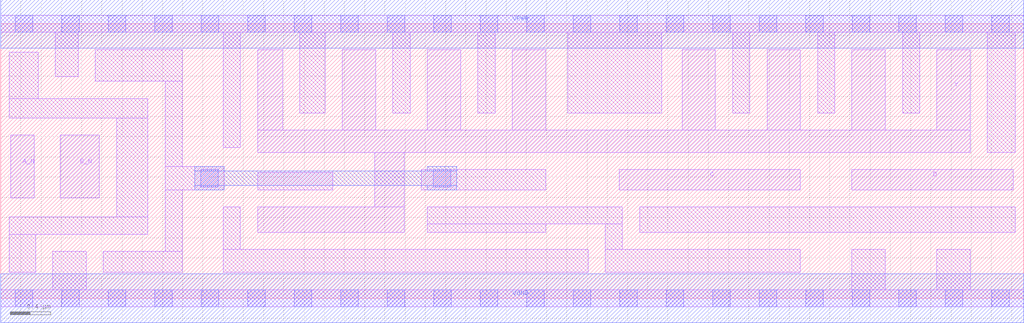
<source format=lef>
# Copyright 2020 The SkyWater PDK Authors
#
# Licensed under the Apache License, Version 2.0 (the "License");
# you may not use this file except in compliance with the License.
# You may obtain a copy of the License at
#
#     https://www.apache.org/licenses/LICENSE-2.0
#
# Unless required by applicable law or agreed to in writing, software
# distributed under the License is distributed on an "AS IS" BASIS,
# WITHOUT WARRANTIES OR CONDITIONS OF ANY KIND, either express or implied.
# See the License for the specific language governing permissions and
# limitations under the License.
#
# SPDX-License-Identifier: Apache-2.0

VERSION 5.7 ;
  NAMESCASESENSITIVE ON ;
  NOWIREEXTENSIONATPIN ON ;
  DIVIDERCHAR "/" ;
  BUSBITCHARS "[]" ;
UNITS
  DATABASE MICRONS 200 ;
END UNITS
MACRO sky130_fd_sc_hd__nand4bb_4
  CLASS CORE ;
  FOREIGN sky130_fd_sc_hd__nand4bb_4 ;
  ORIGIN  0.000000  0.000000 ;
  SIZE  10.12000 BY  2.720000 ;
  SYMMETRY X Y R90 ;
  SITE unithd ;
  PIN A_N
    ANTENNAGATEAREA  0.247500 ;
    DIRECTION INPUT ;
    USE SIGNAL ;
    PORT
      LAYER li1 ;
        RECT 0.100000 0.995000 0.330000 1.615000 ;
    END
  END A_N
  PIN B_N
    ANTENNAGATEAREA  0.247500 ;
    DIRECTION INPUT ;
    USE SIGNAL ;
    PORT
      LAYER li1 ;
        RECT 0.590000 0.995000 0.975000 1.615000 ;
    END
  END B_N
  PIN C
    ANTENNAGATEAREA  0.990000 ;
    DIRECTION INPUT ;
    USE SIGNAL ;
    PORT
      LAYER li1 ;
        RECT 6.120000 1.075000 7.910000 1.275000 ;
    END
  END C
  PIN D
    ANTENNAGATEAREA  0.990000 ;
    DIRECTION INPUT ;
    USE SIGNAL ;
    PORT
      LAYER li1 ;
        RECT 8.420000 1.075000 10.015000 1.275000 ;
    END
  END D
  PIN Y
    ANTENNADIFFAREA  2.511000 ;
    DIRECTION OUTPUT ;
    USE SIGNAL ;
    PORT
      LAYER li1 ;
        RECT 2.540000 0.655000 3.990000 0.905000 ;
        RECT 2.540000 1.445000 9.590000 1.665000 ;
        RECT 2.540000 1.665000 2.790000 2.465000 ;
        RECT 3.380000 1.665000 3.710000 2.465000 ;
        RECT 3.700000 0.905000 3.990000 1.445000 ;
        RECT 4.220000 1.665000 4.550000 2.465000 ;
        RECT 5.060000 1.665000 5.390000 2.465000 ;
        RECT 6.740000 1.665000 7.070000 2.465000 ;
        RECT 7.580000 1.665000 7.910000 2.465000 ;
        RECT 8.420000 1.665000 8.750000 2.465000 ;
        RECT 9.260000 1.665000 9.590000 2.465000 ;
    END
  END Y
  PIN VGND
    DIRECTION INOUT ;
    SHAPE ABUTMENT ;
    USE GROUND ;
    PORT
      LAYER met1 ;
        RECT 0.000000 -0.240000 10.120000 0.240000 ;
    END
  END VGND
  PIN VPWR
    DIRECTION INOUT ;
    SHAPE ABUTMENT ;
    USE POWER ;
    PORT
      LAYER met1 ;
        RECT 0.000000 2.480000 10.120000 2.960000 ;
    END
  END VPWR
  OBS
    LAYER li1 ;
      RECT 0.000000 -0.085000 10.120000 0.085000 ;
      RECT 0.000000  2.635000 10.120000 2.805000 ;
      RECT 0.085000  0.255000  0.345000 0.635000 ;
      RECT 0.085000  0.635000  1.455000 0.805000 ;
      RECT 0.085000  1.785000  1.455000 1.980000 ;
      RECT 0.085000  1.980000  0.370000 2.440000 ;
      RECT 0.515000  0.085000  0.845000 0.465000 ;
      RECT 0.540000  2.195000  0.765000 2.635000 ;
      RECT 0.935000  2.150000  1.795000 2.465000 ;
      RECT 1.015000  0.255000  1.795000 0.465000 ;
      RECT 1.145000  0.805000  1.455000 1.785000 ;
      RECT 1.625000  0.465000  1.795000 1.075000 ;
      RECT 1.625000  1.075000  2.210000 1.305000 ;
      RECT 1.625000  1.305000  1.795000 2.150000 ;
      RECT 2.200000  0.255000  5.810000 0.485000 ;
      RECT 2.200000  0.485000  2.370000 0.905000 ;
      RECT 2.200000  1.495000  2.370000 2.635000 ;
      RECT 2.540000  1.075000  3.285000 1.245000 ;
      RECT 2.960000  1.835000  3.210000 2.635000 ;
      RECT 3.880000  1.835000  4.050000 2.635000 ;
      RECT 4.160000  1.075000  5.390000 1.275000 ;
      RECT 4.220000  0.655000  5.390000 0.735000 ;
      RECT 4.220000  0.735000  6.150000 0.905000 ;
      RECT 4.720000  1.835000  4.890000 2.635000 ;
      RECT 5.610000  1.835000  6.540000 2.635000 ;
      RECT 5.980000  0.255000  7.910000 0.485000 ;
      RECT 5.980000  0.485000  6.150000 0.735000 ;
      RECT 6.320000  0.655000 10.035000 0.905000 ;
      RECT 7.240000  1.835000  7.410000 2.635000 ;
      RECT 8.080000  1.835000  8.250000 2.635000 ;
      RECT 8.420000  0.085000  8.750000 0.485000 ;
      RECT 8.920000  1.835000  9.090000 2.635000 ;
      RECT 9.260000  0.085000  9.590000 0.485000 ;
      RECT 9.760000  1.445000 10.035000 2.635000 ;
    LAYER mcon ;
      RECT 0.145000 -0.085000 0.315000 0.085000 ;
      RECT 0.145000  2.635000 0.315000 2.805000 ;
      RECT 0.605000 -0.085000 0.775000 0.085000 ;
      RECT 0.605000  2.635000 0.775000 2.805000 ;
      RECT 1.065000 -0.085000 1.235000 0.085000 ;
      RECT 1.065000  2.635000 1.235000 2.805000 ;
      RECT 1.525000 -0.085000 1.695000 0.085000 ;
      RECT 1.525000  2.635000 1.695000 2.805000 ;
      RECT 1.980000  1.105000 2.150000 1.275000 ;
      RECT 1.985000 -0.085000 2.155000 0.085000 ;
      RECT 1.985000  2.635000 2.155000 2.805000 ;
      RECT 2.445000 -0.085000 2.615000 0.085000 ;
      RECT 2.445000  2.635000 2.615000 2.805000 ;
      RECT 2.905000 -0.085000 3.075000 0.085000 ;
      RECT 2.905000  2.635000 3.075000 2.805000 ;
      RECT 3.365000 -0.085000 3.535000 0.085000 ;
      RECT 3.365000  2.635000 3.535000 2.805000 ;
      RECT 3.825000 -0.085000 3.995000 0.085000 ;
      RECT 3.825000  2.635000 3.995000 2.805000 ;
      RECT 4.280000  1.105000 4.450000 1.275000 ;
      RECT 4.285000 -0.085000 4.455000 0.085000 ;
      RECT 4.285000  2.635000 4.455000 2.805000 ;
      RECT 4.745000 -0.085000 4.915000 0.085000 ;
      RECT 4.745000  2.635000 4.915000 2.805000 ;
      RECT 5.205000 -0.085000 5.375000 0.085000 ;
      RECT 5.205000  2.635000 5.375000 2.805000 ;
      RECT 5.665000 -0.085000 5.835000 0.085000 ;
      RECT 5.665000  2.635000 5.835000 2.805000 ;
      RECT 6.125000 -0.085000 6.295000 0.085000 ;
      RECT 6.125000  2.635000 6.295000 2.805000 ;
      RECT 6.585000 -0.085000 6.755000 0.085000 ;
      RECT 6.585000  2.635000 6.755000 2.805000 ;
      RECT 7.045000 -0.085000 7.215000 0.085000 ;
      RECT 7.045000  2.635000 7.215000 2.805000 ;
      RECT 7.505000 -0.085000 7.675000 0.085000 ;
      RECT 7.505000  2.635000 7.675000 2.805000 ;
      RECT 7.965000 -0.085000 8.135000 0.085000 ;
      RECT 7.965000  2.635000 8.135000 2.805000 ;
      RECT 8.425000 -0.085000 8.595000 0.085000 ;
      RECT 8.425000  2.635000 8.595000 2.805000 ;
      RECT 8.885000 -0.085000 9.055000 0.085000 ;
      RECT 8.885000  2.635000 9.055000 2.805000 ;
      RECT 9.345000 -0.085000 9.515000 0.085000 ;
      RECT 9.345000  2.635000 9.515000 2.805000 ;
      RECT 9.805000 -0.085000 9.975000 0.085000 ;
      RECT 9.805000  2.635000 9.975000 2.805000 ;
    LAYER met1 ;
      RECT 1.920000 1.075000 2.210000 1.120000 ;
      RECT 1.920000 1.120000 4.510000 1.260000 ;
      RECT 1.920000 1.260000 2.210000 1.305000 ;
      RECT 4.220000 1.075000 4.510000 1.120000 ;
      RECT 4.220000 1.260000 4.510000 1.305000 ;
  END
END sky130_fd_sc_hd__nand4bb_4
END LIBRARY

</source>
